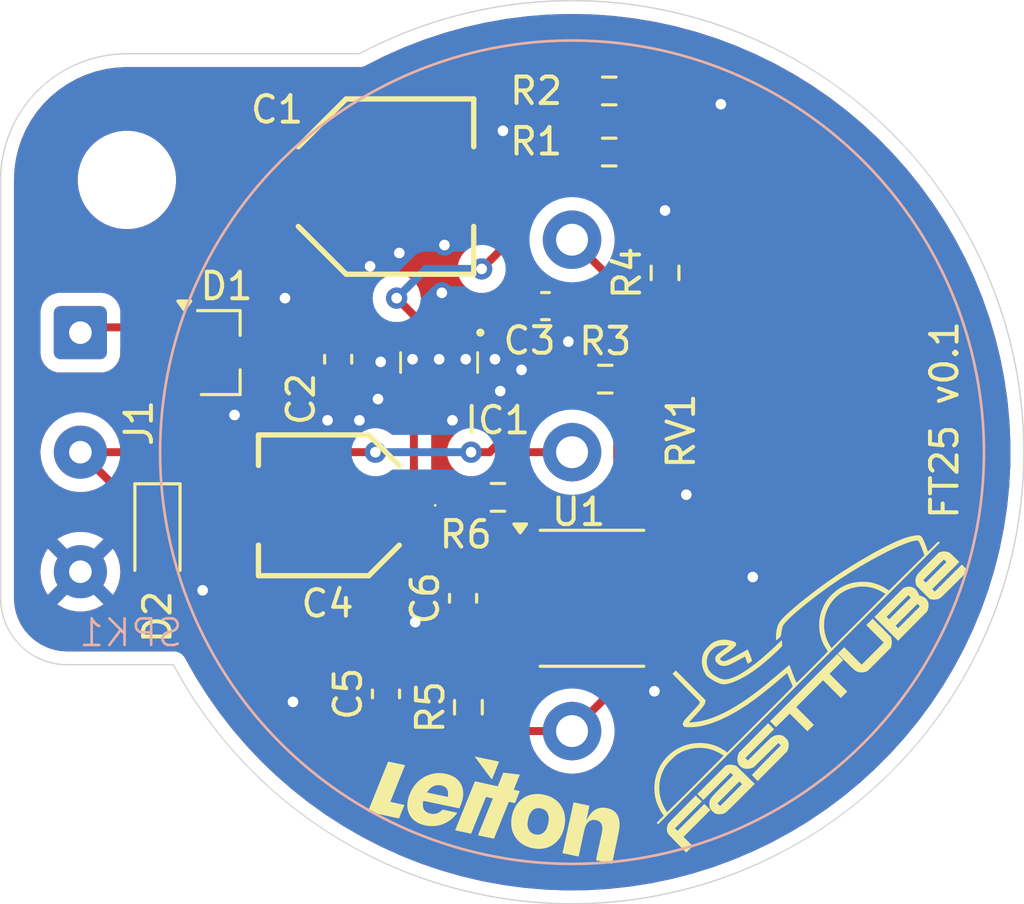
<source format=kicad_pcb>
(kicad_pcb
	(version 20240108)
	(generator "pcbnew")
	(generator_version "8.0")
	(general
		(thickness 1.6)
		(legacy_teardrops no)
	)
	(paper "A4")
	(layers
		(0 "F.Cu" signal)
		(31 "B.Cu" power)
		(32 "B.Adhes" user "B.Adhesive")
		(33 "F.Adhes" user "F.Adhesive")
		(34 "B.Paste" user)
		(35 "F.Paste" user)
		(37 "F.SilkS" user "F.Silkscreen")
		(38 "B.Mask" user)
		(39 "F.Mask" user)
		(40 "Dwgs.User" user "User.Drawings")
		(41 "Cmts.User" user "User.Comments")
		(42 "Eco1.User" user "User.Eco1")
		(43 "Eco2.User" user "User.Eco2")
		(44 "Edge.Cuts" user)
		(45 "Margin" user)
		(46 "B.CrtYd" user "B.Courtyard")
		(47 "F.CrtYd" user "F.Courtyard")
		(48 "B.Fab" user)
		(49 "F.Fab" user)
		(50 "User.1" user)
		(51 "User.2" user)
		(52 "User.3" user)
		(53 "User.4" user)
		(54 "User.5" user)
		(55 "User.6" user)
		(56 "User.7" user)
		(57 "User.8" user)
		(58 "User.9" user)
	)
	(setup
		(stackup
			(layer "F.SilkS"
				(type "Top Silk Screen")
			)
			(layer "F.Paste"
				(type "Top Solder Paste")
			)
			(layer "F.Mask"
				(type "Top Solder Mask")
				(thickness 0.01)
			)
			(layer "F.Cu"
				(type "copper")
				(thickness 0.035)
			)
			(layer "dielectric 1"
				(type "core")
				(thickness 1.51)
				(material "FR4")
				(epsilon_r 4.5)
				(loss_tangent 0.02)
			)
			(layer "B.Cu"
				(type "copper")
				(thickness 0.035)
			)
			(layer "B.Mask"
				(type "Bottom Solder Mask")
				(thickness 0.01)
			)
			(layer "B.Paste"
				(type "Bottom Solder Paste")
			)
			(layer "dielectric 2"
				(type "Bottom Silk Screen")
				(thickness 0)
				(material "FR4")
				(epsilon_r 4.5)
				(loss_tangent 0.02)
			)
			(copper_finish "None")
			(dielectric_constraints no)
		)
		(pad_to_mask_clearance 0)
		(allow_soldermask_bridges_in_footprints no)
		(pcbplotparams
			(layerselection 0x00010fc_ffffffff)
			(plot_on_all_layers_selection 0x0000000_00000000)
			(disableapertmacros no)
			(usegerberextensions no)
			(usegerberattributes yes)
			(usegerberadvancedattributes yes)
			(creategerberjobfile yes)
			(dashed_line_dash_ratio 12.000000)
			(dashed_line_gap_ratio 3.000000)
			(svgprecision 4)
			(plotframeref no)
			(viasonmask no)
			(mode 1)
			(useauxorigin no)
			(hpglpennumber 1)
			(hpglpenspeed 20)
			(hpglpendiameter 15.000000)
			(pdf_front_fp_property_popups yes)
			(pdf_back_fp_property_popups yes)
			(dxfpolygonmode yes)
			(dxfimperialunits yes)
			(dxfusepcbnewfont yes)
			(psnegative no)
			(psa4output no)
			(plotreference yes)
			(plotvalue yes)
			(plotfptext yes)
			(plotinvisibletext no)
			(sketchpadsonfab no)
			(subtractmaskfromsilk no)
			(outputformat 1)
			(mirror no)
			(drillshape 1)
			(scaleselection 1)
			(outputdirectory "")
		)
	)
	(net 0 "")
	(net 1 "VDD")
	(net 2 "GND")
	(net 3 "Net-(U1-FEED)")
	(net 4 "Net-(SPK1-M)")
	(net 5 "+24V")
	(net 6 "Net-(U1-HRNEN)")
	(net 7 "Net-(IC1-EN{slash}ADJ)")
	(net 8 "/SIG")
	(net 9 "Net-(SPK1-G)")
	(net 10 "Net-(SPK1-F)")
	(net 11 "Net-(D1-A)")
	(net 12 "unconnected-(U1-NC-Pad1)")
	(net 13 "unconnected-(U1-NC-Pad3)")
	(net 14 "Net-(R1-Pad2)")
	(footprint "Connector_Wire:SolderWire-0.25sqmm_1x03_P4.5mm_D0.65mm_OD2mm" (layer "F.Cu") (at 131.5 95.5 -90))
	(footprint "Capacitor_SMD:C_0603_1608Metric_Pad1.08x0.95mm_HandSolder" (layer "F.Cu") (at 141.2 96.5 -90))
	(footprint "Capacitor_SMD:C_0603_1608Metric_Pad1.08x0.95mm_HandSolder" (layer "F.Cu") (at 145.9 105.5 90))
	(footprint "LOGO" (layer "F.Cu") (at 157.785054 107.960449 45))
	(footprint "Resistor_SMD:R_0603_1608Metric_Pad0.98x0.95mm_HandSolder" (layer "F.Cu") (at 146.1 109.6 90))
	(footprint "soundbox:06TR4FA104DPR" (layer "F.Cu") (at 159 95.5))
	(footprint "Capacitor_SMD:C_0603_1608Metric_Pad1.08x0.95mm_HandSolder" (layer "F.Cu") (at 149 94.5 180))
	(footprint "Resistor_SMD:R_0603_1608Metric_Pad0.98x0.95mm_HandSolder" (layer "F.Cu") (at 153.5 93.25 90))
	(footprint "soundbox:PG-SCT595-5" (layer "F.Cu") (at 145 96.5 180))
	(footprint "soundbox:EEE0GA101SR" (layer "F.Cu") (at 140.85 102 180))
	(footprint "Resistor_SMD:R_0603_1608Metric_Pad0.98x0.95mm_HandSolder" (layer "F.Cu") (at 147.2125 101.7))
	(footprint "Resistor_SMD:R_0603_1608Metric_Pad0.98x0.95mm_HandSolder" (layer "F.Cu") (at 151.4 88.7))
	(footprint "Package_TO_SOT_SMD:SOT-23_Handsoldering" (layer "F.Cu") (at 136.75 96.25))
	(footprint "soundbox:LeitOn_small_wo_sq" (layer "F.Cu") (at 147.2 113.1 -12))
	(footprint "Package_SO:SOIC-8_3.9x4.9mm_P1.27mm" (layer "F.Cu") (at 150.75 105.5))
	(footprint "soundbox:EEE1AA101SP" (layer "F.Cu") (at 143 90))
	(footprint "Resistor_SMD:R_0603_1608Metric_Pad0.98x0.95mm_HandSolder" (layer "F.Cu") (at 151.25 97.25))
	(footprint "Capacitor_SMD:C_0603_1608Metric_Pad1.08x0.95mm_HandSolder" (layer "F.Cu") (at 143 109.1 90))
	(footprint "Diode_SMD:D_SOD-323_HandSoldering" (layer "F.Cu") (at 134.4 103.2 -90))
	(footprint "MountingHole:MountingHole_3.2mm_M3_DIN965" (layer "F.Cu") (at 133.25 89.75))
	(footprint "Resistor_SMD:R_0603_1608Metric_Pad0.98x0.95mm_HandSolder" (layer "F.Cu") (at 151.4 86.4))
	(footprint "soundbox:CPT-3016-105T" (layer "B.Cu") (at 150 100 180))
	(gr_arc
		(start 128.5 89.75)
		(mid 129.891243 86.391243)
		(end 133.25 85)
		(stroke
			(width 0.05)
			(type default)
		)
		(layer "Edge.Cuts")
		(uuid "0c9499f7-3257-4d1a-ab45-d3dea9659961")
	)
	(gr_line
		(start 133.25 85)
		(end 142 85)
		(stroke
			(width 0.05)
			(type default)
		)
		(layer "Edge.Cuts")
		(uuid "145b8ce2-1cdf-402f-8341-2813b341aab6")
	)
	(gr_line
		(start 128.5 89.75)
		(end 128.5 105.5)
		(stroke
			(width 0.05)
			(type default)
		)
		(layer "Edge.Cuts")
		(uuid "5702bfe5-fa35-42f9-b66d-dc1faf38af9f")
	)
	(gr_line
		(start 131 108)
		(end 135 108)
		(stroke
			(width 0.05)
			(type default)
		)
		(layer "Edge.Cuts")
		(uuid "7ce022d5-3481-46fd-850f-fa99ac5c91eb")
	)
	(gr_arc
		(start 142 85)
		(mid 166.263456 104.949746)
		(end 135.000001 108.000003)
		(stroke
			(width 0.05)
			(type default)
		)
		(layer "Edge.Cuts")
		(uuid "8a2c619c-8626-4af2-8c59-1422d0ba61b9")
	)
	(gr_arc
		(start 131 108)
		(mid 129.232233 107.267767)
		(end 128.5 105.5)
		(stroke
			(width 0.05)
			(type default)
		)
		(layer "Edge.Cuts")
		(uuid "e1634623-b024-4caa-9d4d-69a765686d49")
	)
	(gr_rect
		(start 128.5 83)
		(end 167 117)
		(stroke
			(width 0.01)
			(type default)
		)
		(fill none)
		(layer "User.1")
		(uuid "39b0a146-c4d4-4256-ae48-acf0ec4d99bd")
	)
	(gr_text "FT25 v0.1"
		(at 164.6 102.6 90)
		(layer "F.SilkS")
		(uuid "0568cae2-bee3-4247-bec4-4aec8861298f")
		(effects
			(font
				(size 1 1)
				(thickness 0.15)
			)
			(justify left bottom)
		)
	)
	(segment
		(start 144.05 100.6)
		(end 144.05 101.8)
		(width 0.3)
		(layer "F.Cu")
		(net 1)
		(uuid "0200de1e-f1d3-475e-904f-1ae67260540b")
	)
	(segment
		(start 144.05 103.45)
		(end 144.05 102.35)
		(width 0.3)
		(layer "F.Cu")
		(net 1)
		(uuid "0bc4b59f-3030-465f-99e6-8a96f1d37eff")
	)
	(segment
		(start 148.275 104.865)
		(end 146.1275 104.865)
		(width 0.3)
		(layer "F.Cu")
		(net 1)
		(uuid "4fcf3739-2429-46db-a6eb-520af12c0900")
	)
	(segment
		(start 144 97.75)
		(end 144.05 97.7)
		(width 0.3)
		(layer "F.Cu")
		(net 1)
		(uuid "b57598a9-8b18-4e03-89c1-05fa95734452")
	)
	(segment
		(start 144.05 97.7)
		(end 144.05 100.6)
		(width 0.3)
		(layer "F.Cu")
		(net 1)
		(uuid "b5e77050-d7d3-4d83-9482-2923ce921046")
	)
	(segment
		(start 142.85 101.8)
		(end 144.05 101.8)
		(width 0.3)
		(layer "F.Cu")
		(net 1)
		(uuid "b743f3e9-4660-4641-8a39-1aa2c34a7ec6")
	)
	(segment
		(start 144.05 102.35)
		(end 143.7 102)
		(width 0.3)
		(layer "F.Cu")
		(net 1)
		(uuid "c5bb5a80-74ea-46d0-bfec-228c952e0dc7")
	)
	(segment
		(start 145.9 104.6375)
		(end 145.2375 104.6375)
		(width 0.3)
		(layer "F.Cu")
		(net 1)
		(uuid "cd55c0ae-b94b-4f6e-88d8-0819b3376a66")
	)
	(segment
		(start 145.2375 104.6375)
		(end 144.05 103.45)
		(width 0.3)
		(layer "F.Cu")
		(net 1)
		(uuid "ea5494ea-c94c-4637-880a-57b8847c4db0")
	)
	(segment
		(start 146.1275 104.865)
		(end 145.9 104.6375)
		(width 0.3)
		(layer "F.Cu")
		(net 1)
		(uuid "f2ef52aa-2e6f-4866-8b2f-5ded5050ff85")
	)
	(segment
		(start 145.9 106.3625)
		(end 144.1375 106.3625)
		(width 0.3)
		(layer "F.Cu")
		(net 2)
		(uuid "55aab1f9-bc28-4d68-920d-7a0186ad9de5")
	)
	(segment
		(start 149.8625 95.8375)
		(end 149.8625 94.5)
		(width 0.3)
		(layer "F.Cu")
		(net 2)
		(uuid "71920597-7374-42a3-8e56-7b58da0dcf27")
	)
	(segment
		(start 144.1375 106.3625)
		(end 144.1 106.4)
		(width 0.3)
		(layer "F.Cu")
		(net 2)
		(uuid "e1cb0569-3fed-4d04-9a27-ad2ee24e1020")
	)
	(via
		(at 155.6 86.9)
		(size 0.8)
		(drill 0.4)
		(layers "F.Cu" "B.Cu")
		(free yes)
		(net 2)
		(uuid "06a1a750-8536-4cf8-9192-35bc867304a9")
	)
	(via
		(at 140.8 98.8)
		(size 0.8)
		(drill 0.4)
		(layers "F.Cu" "B.Cu")
		(free yes)
		(net 2)
		(uuid "11677aed-5d35-4c15-8c41-230ac25975ee")
	)
	(via
		(at 142 98.8)
		(size 0.8)
		(drill 0.4)
		(layers "F.Cu" "B.Cu")
		(free yes)
		(net 2)
		(uuid "1634c358-6587-4d9e-a4c2-90a5ab1faafd")
	)
	(via
		(at 147.3 97.7)
		(size 0.8)
		(drill 0.4)
		(layers "F.Cu" "B.Cu")
		(free yes)
		(net 2)
		(uuid "1a418d52-d221-44b1-ad1d-91e97992ecb3")
	)
	(via
		(at 142.7 98)
		(size 0.8)
		(drill 0.4)
		(layers "F.Cu" "B.Cu")
		(free yes)
		(net 2)
		(uuid "25345f8f-538d-46a3-b8d8-5a868b8a4bca")
	)
	(via
		(at 144.1 106.4)
		(size 0.8)
		(drill 0.4)
		(layers "F.Cu" "B.Cu")
		(net 2)
		(uuid "2a82b6e4-3e60-41fd-bd5d-f6a27f31de3c")
	)
	(via
		(at 143.5 92.5)
		(size 0.8)
		(drill 0.4)
		(layers "F.Cu" "B.Cu")
		(free yes)
		(net 2)
		(uuid "384c8bfa-3338-4421-b506-b5dcc7f603cf")
	)
	(via
		(at 153.5 90.9)
		(size 0.8)
		(drill 0.4)
		(layers "F.Cu" "B.Cu")
		(free yes)
		(net 2)
		(uuid "59e64dbd-0451-436f-844e-4c0d273598ba")
	)
	(via
		(at 148.1 96.9)
		(size 0.8)
		(drill 0.4)
		(layers "F.Cu" "B.Cu")
		(free yes)
		(net 2)
		(uuid "69cbc453-a834-432c-a06f-6af5e0115401")
	)
	(via
		(at 145 96.5)
		(size 0.8)
		(drill 0.4)
		(layers "F.Cu" "B.Cu")
		(free yes)
		(net 2)
		(uuid "6a66460c-c4ed-4cbb-ad75-8721cfb01e79")
	)
	(via
		(at 153.1 109)
		(size 0.8)
		(drill 0.4)
		(layers "F.Cu" "B.Cu")
		(free yes)
		(net 2)
		(uuid "7fa75b93-3a54-4ab9-823b-8664220d8fc0")
	)
	(via
		(at 136.1 105.2)
		(size 0.8)
		(drill 0.4)
		(layers "F.Cu" "B.Cu")
		(free yes)
		(net 2)
		(uuid "83ee66e4-35b7-421f-bd51-e9232ebc2f9c")
	)
	(via
		(at 147.4 87.9)
		(size 0.8)
		(drill 0.4)
		(layers "F.Cu" "B.Cu")
		(free yes)
		(net 2)
		(uuid "87ee8f62-5586-4ec4-bf64-4d8e7f4f3c00")
	)
	(via
		(at 142.8 96.6)
		(size 0.8)
		(drill 0.4)
		(layers "F.Cu" "B.Cu")
		(free yes)
		(net 2)
		(uuid "88f446c1-03c1-4aaf-8c6d-a532e3fea711")
	)
	(via
		(at 145.2 92.2)
		(size 0.8)
		(drill 0.4)
		(layers "F.Cu" "B.Cu")
		(free yes)
		(net 2)
		(uuid "96ccf5b1-b85a-42c6-89d1-03c3653c0e78")
	)
	(via
		(at 139.2 94.2)
		(size 0.8)
		(drill 0.4)
		(layers "F.Cu" "B.Cu")
		(free yes)
		(net 2)
		(uuid "992c7461-a546-414a-83a3-be9358a4ffe2")
	)
	(via
		(at 145.1 94)
		(size 0.8)
		(drill 0.4)
		(layers "F.Cu" "B.Cu")
		(free yes)
		(net 2)
		(uuid "b57f5c0c-c97f-4e02-83ff-2ef698d42b64")
	)
	(via
		(at 145.5 98.8)
		(size 0.8)
		(drill 0.4)
		(layers "F.Cu" "B.Cu")
		(free yes)
		(net 2)
		(uuid "b5ab2b73-4634-4e0e-855d-42a626e2a677")
	)
	(via
		(at 154.3 101.6)
		(size 0.8)
		(drill 0.4)
		(layers "F.Cu" "B.Cu")
		(free yes)
		(net 2)
		(uuid "b76a2fc2-0f04-4ac7-8040-3c68efea3aaa")
	)
	(via
		(at 146 96.5)
		(size 0.8)
		(drill 0.4)
		(layers "F.Cu" "B.Cu")
		(free yes)
		(net 2)
		(uuid "ce89bd32-5eb5-4729-8660-e03d2d9f2e18")
	)
	(via
		(at 147.1 96.5)
		(size 0.8)
		(drill 0.4)
		(layers "F.Cu" "B.Cu")
		(free yes)
		(net 2)
		(uuid "d6efebd2-3405-41b1-bc0d-84897ffc75fb")
	)
	(via
		(at 149.8625 95.8375)
		(size 0.8)
		(drill 0.4)
		(layers "F.Cu" "B.Cu")
		(free yes)
		(net 2)
		(uuid "d8f12fb1-bcf4-4713-a92c-8cd19cfe334a")
	)
	(via
		(at 156.8 104.7)
		(size 0.8)
		(drill 0.4)
		(layers "F.Cu" "B.Cu")
		(free yes)
		(net 2)
		(uuid "db890ffb-38c3-4b56-bb01-106cd42901c5")
	)
	(via
		(at 144 96.5)
		(size 0.8)
		(drill 0.4)
		(layers "F.Cu" "B.Cu")
		(free yes)
		(net 2)
		(uuid "dcf1182a-9346-40f1-9a54-d1175b80aebf")
	)
	(via
		(at 139.5 109.4)
		(size 0.8)
		(drill 0.4)
		(layers "F.Cu" "B.Cu")
		(free yes)
		(net 2)
		(uuid "dee0939a-5e0d-4315-a470-5bde3c7fcd15")
	)
	(via
		(at 137.3 98.6)
		(size 0.8)
		(drill 0.4)
		(layers "F.Cu" "B.Cu")
		(free yes)
		(net 2)
		(uuid "ecf13844-64d3-4d09-826f-01f2a3714814")
	)
	(via
		(at 142.4 93)
		(size 0.8)
		(drill 0.4)
		(layers "F.Cu" "B.Cu")
		(free yes)
		(net 2)
		(uuid "f5a8ee92-c6be-49c6-a40d-bd44551aab57")
	)
	(segment
		(start 149.9 106.9)
		(end 149.395 107.405)
		(width 0.3)
		(layer "F.Cu")
		(net 3)
		(uuid "072347fb-8a85-4b8b-9cdd-570becb73639")
	)
	(segment
		(start 143 108.2375)
		(end 143.1625 108.4)
		(width 0.3)
		(layer "F.Cu")
		(net 3)
		(uuid "33cc69b3-2ac0-4549-9b3b-91cd59442f92")
	)
	(segment
		(start 148.275 107.405)
		(end 146.105 107.405)
		(width 0.3)
		(layer "F.Cu")
		(net 3)
		(uuid "4d85323a-08d1-468c-bfd3-e496a2731d71")
	)
	(segment
		(start 146.105 107.405)
		(end 146.1 107.4)
		(width 0.3)
		(layer "F.Cu")
		(net 3)
		(uuid "5dd55fdd-6d11-4b51-a953-3fa965ab3532")
	)
	(segment
		(start 148.125 101.7)
		(end 148.4 101.7)
		(width 0.3)
		(layer "F.Cu")
		(net 3)
		(uuid "68a5e2c6-7d6d-4572-b044-716560f93b78")
	)
	(segment
		(start 149.395 107.405)
		(end 148.275 107.405)
		(width 0.3)
		(layer "F.Cu")
		(net 3)
		(uuid "743d24b5-976d-4645-9863-8a0ee42aafcc")
	)
	(segment
		(start 143.1625 108.4)
		(end 145.8125 108.4)
		(width 0.3)
		(layer "F.Cu")
		(net 3)
		(uuid "b7c0af82-7118-446f-84b0-b130de258793")
	)
	(segment
		(start 149.9 103.2)
		(end 149.9 106.9)
		(width 0.3)
		(layer "F.Cu")
		(net 3)
		(uuid "cb404238-cfe4-4c89-80e5-10dbaa60b65d")
	)
	(segment
		(start 148.4 101.7)
		(end 149.9 103.2)
		(width 0.3)
		(layer "F.Cu")
		(net 3)
		(uuid "d01badf2-6c95-4c67-a7e8-06a90062df4a")
	)
	(segment
		(start 145.8125 108.4)
		(end 146.1 108.6875)
		(width 0.3)
		(layer "F.Cu")
		(net 3)
		(uuid "d28d9681-e4e7-4093-b176-03db88347aa5")
	)
	(segment
		(start 146.1 108.6875)
		(end 146.1 107.4)
		(width 0.3)
		(layer "F.Cu")
		(net 3)
		(uuid "f412a4c1-f106-41a2-a9c6-a0084babeb82")
	)
	(segment
		(start 143 109.9625)
		(end 143.3625 109.6)
		(width 0.3)
		(layer "F.Cu")
		(net 4)
		(uuid "1275eff5-a8cd-4980-99f8-bd6048c5865e")
	)
	(segment
		(start 143.3625 109.6)
		(end 148.2 109.6)
		(width 0.3)
		(layer "F.Cu")
		(net 4)
		(uuid "21c00ab5-9d09-4381-9fee-a936ade63893")
	)
	(segment
		(start 151.25 98.55)
		(end 151.7 99)
		(width 0.3)
		(layer "F.Cu")
		(net 4)
		(uuid "30c7c0a9-de98-46ee-ad56-98519c7cfb85")
	)
	(segment
		(start 152 104.865)
		(end 151.735 104.865)
		(width 0.3)
		(layer "F.Cu")
		(net 4)
		(uuid "36da2dfc-84c8-4d31-a70b-2f8f40fe67e3")
	)
	(segment
		(start 151.7 104.6)
		(end 151.7 104.83)
		(width 0.3)
		(layer "F.Cu")
		(net 4)
		(uuid "3ae480d1-8672-4f2c-a851-94f59965e078")
	)
	(segment
		(start 150.6 106)
		(end 151.735 104.865)
		(width 0.3)
		(layer "F.Cu")
		(net 4)
		(uuid "43024d58-9f54-4f6e-8b0a-0234d31eabeb")
	)
	(segment
		(start 151.7 99)
		(end 151.7 104.6)
		(width 0.3)
		(layer "F.Cu")
		(net 4)
		(uuid "45402f4d-99c3-4ba9-bd66-4a1ea8da26b0")
	)
	(segment
		(start 150.6 107.2)
		(end 150.6 106)
		(width 0.3)
		(layer "F.Cu")
		(net 4)
		(uuid "534a1b64-c56d-4dac-be08-2c6f4970d5f7")
	)
	(segment
		(start 151.735 104.6)
		(end 152 104.865)
		(width 0.3)
		(layer "F.Cu")
		(net 4)
		(uuid "5da0f8fb-e2f9-41b0-9801-f13702b13393")
	)
	(segment
		(start 151.7 104.83)
		(end 151.735 104.865)
		(width 0.3)
		(layer "F.Cu")
		(net 4)
		(uuid "78b78ccc-63d2-4be6-8684-dc2b419e2d99")
	)
	(segment
		(start 151.25 93.25)
		(end 151.25 98.55)
		(width 0.3)
		(layer "F.Cu")
		(net 4)
		(uuid "7bc63da9-9e54-4147-a93d-721567276b1d")
	)
	(segment
		(start 150 92)
		(end 151.25 93.25)
		(width 0.3)
		(layer "F.Cu")
		(net 4)
		(uuid "d0f86c55-1497-473f-92ab-0926b530691e")
	)
	(segment
		(start 153.06 104.7)
		(end 153.225 104.865)
		(width 0.3)
		(layer "F.Cu")
		(net 4)
		(uuid "de487b46-dff6-4637-b730-51caf9eeca2e")
	)
	(segment
		(start 151.7 104.6)
		(end 151.735 104.6)
		(width 0.3)
		(layer "F.Cu")
		(net 4)
		(uuid "e604e90e-3383-4c49-a31e-adad540853ba")
	)
	(segment
		(start 153.225 104.865)
		(end 152 104.865)
		(width 0.3)
		(layer "F.Cu")
		(net 4)
		(uuid "fb5f5bb4-df8e-49f9-aeab-c72ab1a7e5d2")
	)
	(segment
		(start 148.2 109.6)
		(end 150.6 107.2)
		(width 0.3)
		(layer "F.Cu")
		(net 4)
		(uuid "fc45fc17-2009-442e-bbac-989774d63208")
	)
	(segment
		(start 141.2 90.7)
		(end 140.5 90)
		(width 0.3)
		(layer "F.Cu")
		(net 5)
		(uuid "0ec3d108-2dd2-4613-9e05-a42643014597")
	)
	(segment
		(start 147.7 92)
		(end 147.7 91)
		(width 0.3)
		(layer "F.Cu")
		(net 5)
		(uuid "1714de18-f19e-4a1d-9fcb-abbc4390ca85")
	)
	(segment
		(start 143.4 94.2)
		(end 144.05 94.85)
		(width 0.3)
		(layer "F.Cu")
		(net 5)
		(uuid "1dab445f-7c67-472b-bea0-a057a8fe6814")
	)
	(segment
		(start 141.5875 95.25)
		(end 144 95.25)
		(width 0.3)
		(layer "F.Cu")
		(net 5)
		(uuid "3cdd5ae0-fe74-40b7-91eb-253b46d6524f")
	)
	(segment
		(start 138.25 96.25)
		(end 139.5 96.25)
		(width 0.3)
		(layer "F.Cu")
		(net 5)
		(uuid "4441b124-5698-47f2-8d50-494066e51d56")
	)
	(segment
		(start 141.2 95.6375)
		(end 141.2 90.7)
		(width 0.3)
		(layer "F.Cu")
		(net 5)
		(uuid "579889bc-a6ba-4b0c-a1db-876d7cebf3d2")
	)
	(segment
		(start 140.1125 95.6375)
		(end 141.2 95.6375)
		(width 0.3)
		(layer "F.Cu")
		(net 5)
		(uuid "8b82cbf6-a61f-4b56-bb7e-98c50b4ea897")
	)
	(segment
		(start 150 88.7)
		(end 150.4875 88.7)
		(width 0.3)
		(layer "F.Cu")
		(net 5)
		(uuid "91449544-3d85-43bf-892d-142f30243a74")
	)
	(segment
		(start 146.6 93.1)
		(end 147.7 92)
		(width 0.3)
		(layer "F.Cu")
		(net 5)
		(uuid "a21a02bd-2759-401c-b257-6fddf78b91b4")
	)
	(segment
		(start 144.05 94.85)
		(end 144.05 95.3)
		(width 0.3)
		(layer "F.Cu")
		(net 5)
		(uuid "adf1574a-72d4-442f-b8a1-48199444bd90")
	)
	(segment
		(start 147.7 91)
		(end 150 88.7)
		(width 0.3)
		(layer "F.Cu")
		(net 5)
		(uuid "b0d0a533-03d1-4d10-9c9d-275a057f1864")
	)
	(segment
		(start 139.5 96.25)
		(end 140.1125 95.6375)
		(width 0.3)
		(layer "F.Cu")
		(net 5)
		(uuid "b40aa696-d52a-4b37-a289-b30fb8eedf24")
	)
	(segment
		(start 141.2 95.6375)
		(end 141.5875 95.25)
		(width 0.3)
		(layer "F.Cu")
		(net 5)
		(uuid "c70a6765-40cc-46c1-a2d9-b3050acd3216")
	)
	(segment
		(start 150.4875 86.4)
		(end 150.4875 88.7)
		(width 0.3)
		(layer "F.Cu")
		(net 5)
		(uuid "e74d25ae-28d4-40ff-aaa6-db74846f4d2c")
	)
	(via
		(at 146.6 93.1)
		(size 0.8)
		(drill 0.4)
		(layers "F.Cu" "B.Cu")
		(net 5)
		(uuid "1f66e272-7d73-47e7-85fd-2cea844f1376")
	)
	(via
		(at 143.4 94.2)
		(size 0.8)
		(drill 0.4)
		(layers "F.Cu" "B.Cu")
		(net 5)
		(uuid "8331b1ec-10d8-49af-bc63-06d3c2054628")
	)
	(segment
		(start 143.4 94.2)
		(end 144.5 93.1)
		(width 0.3)
		(layer "B.Cu")
		(net 5)
		(uuid "3d463da7-f24e-4295-b6cf-c9e0d28f4c0f")
	)
	(segment
		(start 144.5 93.1)
		(end 146.6 93.1)
		(width 0.3)
		(layer "B.Cu")
		(net 5)
		(uuid "83c9ff67-d173-4d20-ab93-11f408c2536e")
	)
	(segment
		(start 152.5 97.5875)
		(end 152.5 101.75)
		(width 0.3)
		(layer "F.Cu")
		(net 6)
		(uuid "074a2975-fd68-4c40-8155-f0e5b9abf23d")
	)
	(segment
		(start 152.1625 97.25)
		(end 152.5 97.5875)
		(width 0.3)
		(layer "F.Cu")
		(net 6)
		(uuid "21ff4d6b-8fcc-4b1c-820c-c5cadcb9bf55")
	)
	(segment
		(start 152.5 101.75)
		(end 153.25 102.5)
		(width 0.3)
		(layer "F.Cu")
		(net 6)
		(uuid "2fba2c5a-2a97-4175-bfeb-038d973dde82")
	)
	(segment
		(start 153.25 103.57)
		(end 153.225 103.595)
		(width 0.3)
		(layer "F.Cu")
		(net 6)
		(uuid "418fabef-99d7-47c9-abc2-f7723d16f244")
	)
	(segment
		(start 152.1625 97.25)
		(end 152.25 97.25)
		(width 0.3)
		(layer "F.Cu")
		(net 6)
		(uuid "52311879-8ed6-466b-bba9-44d036750aed")
	)
	(segment
		(start 153.25 102.5)
		(end 153.25 103.57)
		(width 0.3)
		(layer "F.Cu")
		(net 6)
		(uuid "cdcf619f-a978-4667-ae1c-20f141c6c1ed")
	)
	(segment
		(start 153.5 96)
		(end 153.5 94.1625)
		(width 0.3)
		(layer "F.Cu")
		(net 6)
		(uuid "ef8cfd81-6cb9-4d71-b3bf-0610e509a439")
	)
	(segment
		(start 152.25 97.25)
		(end 153.5 96)
		(width 0.3)
		(layer "F.Cu")
		(net 6)
		(uuid "fa2f396c-09cf-4795-881a-85a4b4ae0039")
	)
	(segment
		(start 159 91.225)
		(end 157.525 89.75)
		(width 0.3)
		(layer "F.Cu")
		(net 7)
		(uuid "10e80ff1-24c9-4e99-a6ae-40c6b4da76d7")
	)
	(segment
		(start 145.95 95.3)
		(end 147.425 93.825)
		(width 0.3)
		(layer "F.Cu")
		(net 7)
		(uuid "69f64f3f-7002-47e9-8d79-e5b3fa90185e")
	)
	(segment
		(start 148.25 93)
		(end 147.425 93.825)
		(width 0.3)
		(layer "F.Cu")
		(net 7)
		(uuid "71a75b59-ac82-42df-ab4d-24534136247c")
	)
	(segment
		(start 149.75 89.75)
		(end 148.25 91.25)
		(width 0.3)
		(layer "F.Cu")
		(net 7)
		(uuid "7c187c0d-5463-49e4-b302-7e6b907a001c")
	)
	(segment
		(start 157.525 89.75)
		(end 149.75 89.75)
		(width 0.3)
		(layer "F.Cu")
		(net 7)
		(uuid "8caf3322-20bd-4792-87d4-2ac4b6e61f44")
	)
	(segment
		(start 148.1375 94.5)
		(end 148.1 94.5)
		(width 0.3)
		(layer "F.Cu")
		(net 7)
		(uuid "c7a1fbfd-de61-4daa-8cec-99339a910f45")
	)
	(segment
		(start 148.1 94.5)
		(end 147.425 93.825)
		(width 0.3)
		(layer "F.Cu")
		(net 7)
		(uuid "fb5c3ebe-ae4a-47c1-bc91-695929b1d538")
	)
	(segment
		(start 148.25 91.25)
		(end 148.25 93)
		(width 0.3)
		(layer "F.Cu")
		(net 7)
		(uuid "fd5ccc6b-1f50-4929-b1e8-f7fa3b79e0ff")
	)
	(segment
		(start 134.4 101.95)
		(end 133.45 101.95)
		(width 0.3)
		(layer "F.Cu")
		(net 8)
		(uuid "0fe563d9-a79f-498c-bb52-76c56e7dcda7")
	)
	(segment
		(start 133.45 101.95)
		(end 131.5 100)
		(width 0.3)
		(layer "F.Cu")
		(net 8)
		(uuid "17b2d4b1-992b-4b43-9684-383b57817b18")
	)
	(segment
		(start 134.4 100)
		(end 142.6 100)
		(width 0.3)
		(layer "F.Cu")
		(net 8)
		(uuid "27127dbf-bac2-4c6f-af65-19975f8f1970")
	)
	(segment
		(start 149.65 97.25)
		(end 150.3375 97.25)
		(width 0.3)
		(layer "F.Cu")
		(net 8)
		(uuid "49712491-cc98-417d-9fd7-6bea8419dd0f")
	)
	(segment
		(start 146.2 100)
		(end 146.9 100)
		(width 0.3)
		(layer "F.Cu")
		(net 8)
		(uuid "527f361a-886e-4d3e-b2f8-d2e7b77728ba")
	)
	(segment
		(start 131.5 100)
		(end 134.4 100)
		(width 0.3)
		(layer "F.Cu")
		(net 8)
		(uuid "72cbdf54-c0e4-4740-a118-61cf36656b59")
	)
	(segment
		(start 134.4 101.95)
		(end 134.4 100)
		(width 0.3)
		(layer "F.Cu")
		(net 8)
		(uuid "e650d11d-7494-414b-b1e1-ba5442f115dd")
	)
	(segment
		(start 146.9 100)
		(end 149.65 97.25)
		(width 0.3)
		(layer "F.Cu")
		(net 8)
		(uuid "eab867c7-f470-4870-8085-66ac175dac89")
	)
	(via
		(at 146.2 100)
		(size 0.8)
		(drill 0.4)
		(layers "F.Cu" "B.Cu")
		(net 8)
		(uuid "3e77b714-44f3-4163-8c08-87f52830b850")
	)
	(via
		(at 142.6 100)
		(size 0.8)
		(drill 0.4)
		(layers "F.Cu" "B.Cu")
		(net 8)
		(uuid "5281ce56-3ddb-4cc6-af00-7d45d7765312")
	)
	(segment
		(start 142.6 100)
		(end 146.2 100)
		(width 0.3)
		(layer "B.Cu")
		(net 8)
		(uuid "7f30ac41-d40b-4057-b41b-f5859121de8d")
	)
	(segment
		(start 146.1 110.5125)
		(end 146.1125 110.5)
		(width 0.3)
		(layer "F.Cu")
		(net 9)
		(uuid "0985b6fd-d180-4fc5-bce9-3d6204322516")
	)
	(segment
		(start 150 110.5)
		(end 151.3 109.2)
		(width 0.3)
		(layer "F.Cu")
		(net 9)
		(uuid "29833cd4-ae84-47c3-a086-4dfcd0ca3a64")
	)
	(segment
		(start 146.1125 110.5)
		(end 150 110.5)
		(width 0.3)
		(layer "F.Cu")
		(net 9)
		(uuid "924cc875-b40f-4c52-9192-86ac241c9175")
	)
	(segment
		(start 151.965 106.135)
		(end 153.225 106.135)
		(width 0.3)
		(layer "F.Cu")
		(net 9)
		(uuid "d32f4e74-f404-477c-91c6-11336f273e81")
	)
	(segment
		(start 151.3 109.2)
		(end 151.3 106.8)
		(width 0.3)
		(layer "F.Cu")
		(net 9)
		(uuid "e4c7c31e-d0bc-4d47-b7ae-acbdc347fd7a")
	)
	(segment
		(start 151.3 106.8)
		(end 151.965 106.135)
		(width 0.3)
		(layer "F.Cu")
		(net 9)
		(uuid "e78a7e10-98f9-4831-bed7-9f8aafb304a1")
	)
	(segment
		(start 148 100)
		(end 150 100)
		(width 0.3)
		(layer "F.Cu")
		(net 10)
		(uuid "3742acb2-820e-4999-be63-afbe5ee5925a")
	)
	(segment
		(start 146.3 101.7)
		(end 148 100)
		(width 0.3)
		(layer "F.Cu")
		(net 10)
		(uuid "85bef4ca-4201-41d1-8bbe-9a35f0aa61c3")
	)
	(segment
		(start 135.25 95.3)
		(end 131.7 95.3)
		(width 0.3)
		(layer "F.Cu")
		(net 11)
		(uuid "a91db6b1-c4d0-4082-8243-54f9f4debef9")
	)
	(segment
		(start 131.7 95.3)
		(end 131.5 95.5)
		(width 0.3)
		(layer "F.Cu")
		(net 11)
		(uuid "b4303bdb-fbe9-4f59-8912-f6fe0909e13f")
	)
	(segment
		(start 161.15 100.425)
		(end 161.15 89.95)
		(width 0.3)
		(layer "F.Cu")
		(net 14)
		(uuid "26979417-b786-4be8-984f-7d0738cdff24")
	)
	(segment
		(start 161.15 89.95)
		(end 159.9 88.7)
		(width 0.3)
		(layer "F.Cu")
		(net 14)
		(uuid "7718b055-c971-4cec-ab44-672e9f6976fc")
	)
	(segment
		(start 159.9 88.7)
		(end 152.3125 88.7)
		(width 0.3)
		(layer "F.Cu")
		(net 14)
		(uuid "8f63e3d9-dbb7-40be-853d-4d064e73fe36")
	)
	(segment
		(start 152.3125 86.4)
		(end 152.3125 88.7)
		(width 0.3)
		(layer "F.Cu")
		(net 14)
		(uuid "d1f80375-c994-4ac9-a326-cf0882761c94")
	)
	(zone
		(net 2)
		(net_name "GND")
		(layer "F.Cu")
		(uuid "3fbb25a7-40e0-4e93-a8cf-da28d9fa13f5")
		(hatch edge 0.5)
		(connect_pads
			(clearance 0.5)
		)
		(min_thickness 0.25)
		(filled_areas_thickness no)
		(fill yes
			(thermal_gap 0.5)
			(thermal_bridge_width 0.5)
		)
		(polygon
			(pts
				(arc
					(start 133.25 85)
					(mid 129.891243 86.391243)
					(end 128.5 89.75)
				)
				(arc
					(start 128.5 105.5)
					(mid 129.232233 107.267767)
					(end 131 108)
				)
				(xy 135 108)
				(arc
					(start 135.000001 108.000003)
					(mid 166.263456 104.949746)
					(end 142 85)
				)
			)
		)
		(filled_polygon
			(layer "F.Cu")
			(pts
				(xy 150.729967 83.516727) (xy 150.735946 83.516994) (xy 151.529551 83.571622) (xy 151.535512 83.572178)
				(xy 152.325547 83.665284) (xy 152.331488 83.666131) (xy 153.116064 83.797492) (xy 153.121948 83.798625)
				(xy 153.899202 83.967928) (xy 153.905055 83.969353) (xy 154.67315 84.176196) (xy 154.678926 84.177903)
				(xy 154.926303 84.25759) (xy 155.436071 84.421803) (xy 155.441739 84.423781) (xy 155.642771 84.4995)
				(xy 156.18618 84.704175) (xy 156.191764 84.706435) (xy 156.420514 84.805529) (xy 156.92169 85.022639)
				(xy 156.927133 85.025156) (xy 157.640856 85.376443) (xy 157.646152 85.379211) (xy 158.007932 85.579661)
				(xy 158.341966 85.764738) (xy 158.347163 85.767784) (xy 158.47746 85.848486) (xy 158.948506 86.140239)
				(xy 159.023447 86.186655) (xy 159.028489 86.189951) (xy 159.683594 86.641142) (xy 159.68847 86.644678)
				(xy 160.320892 87.12715) (xy 160.325591 87.130918) (xy 160.933869 87.64356) (xy 160.938379 87.647553)
				(xy 161.397717 88.074499) (xy 161.52102 88.189106) (xy 161.525322 88.193304) (xy 162.080992 88.76253)
				(xy 162.085075 88.76692) (xy 162.42776 89.1539) (xy 162.612445 89.362457) (xy 162.616328 89.367062)
				(xy 163.114154 89.987504) (xy 163.117808 89.992292) (xy 163.584903 90.63616) (xy 163.588321 90.64112)
				(xy 164.02362 91.306946) (xy 164.026792 91.312067) (xy 164.429209 91.998189) (xy 164.43213 92.003457)
				(xy 164.800779 92.708359) (xy 164.80344 92.713763) (xy 165.137416 93.435723) (xy 165.139811 93.441249)
				(xy 165.438334 94.178578) (xy 165.440458 94.184215) (xy 165.702817 94.935159) (xy 165.704665 94.940892)
				(xy 165.930247 95.703687) (xy 165.931815 95.709503) (xy 166.120094 96.482377) (xy 166.121377 96.488262)
				(xy 166.271897 97.26935) (xy 166.272893 97.275291) (xy 166.385306 98.062778) (xy 166.386012 98.06876)
				(xy 166.460049 98.860763) (xy 166.460464 98.866772) (xy 166.495954 99.661458) (xy 166.496076 99.66748)
				(xy 166.492931 100.462926) (xy 166.492761 100.468947) (xy 166.450992 101.263308) (xy 166.45053 101.269314)
				(xy 166.370231 102.060734) (xy 166.369477 102.06671) (xy 166.250847 102.853248) (xy 166.249804 102.859181)
				(xy 166.093108 103.639082) (xy 166.091779 103.644957) (xy 165.897403 104.416295) (xy 165.89579 104.422098)
				(xy 165.664175 105.183117) (xy 165.662281 105.188835) (xy 165.394001 105.937657) (xy 165.391833 105.943277)
				(xy 165.087485 106.678239) (xy 165.085046 106.683746) (xy 164.745375 107.40304) (xy 164.742671 107.408423)
				(xy 164.368469 108.110374) (xy 164.365507 108.115619) (xy 163.957661 108.798566) (xy 163.954448 108.803661)
				(xy 163.513912 109.466005) (xy 163.510455 109.470938) (xy 163.03828 110.1111) (xy 163.034588 110.115859)
				(xy 162.531877 110.732341) (xy 162.527958 110.736916) (xy 161.995916 111.328243) (xy 161.99178 111.332621)
				(xy 161.431636 111.897426) (xy 161.427292 111.901599) (xy 160.840365 112.438551) (xy 160.835823 112.442507)
				(xy 160.223555 112.950289) (xy 160.218827 112.954021) (xy 159.582572 113.431508) (xy 159.577667 113.435005)
				(xy 158.919031 113.880992) (xy 158.913963 113.884248) (xy 158.2344 114.297752) (xy 158.22918 114.300757)
				(xy 157.530353 114.680764) (xy 157.524993 114.683512) (xy 156.808549 115.02913) (xy 156.803061 115.031615)
				(xy 156.07065 115.342042) (xy 156.065049 115.344257) (xy 155.318444 115.618746) (xy 155.312742 115.620686)
				(xy 154.553708 115.858588) (xy 154.547918 115.86025) (xy 153.778191 116.06102) (xy 153.772328 116.062398)
				(xy 152.993786 116.225546) (xy 152.987862 116.226638) (xy 152.202301 116.351787) (xy 152.196331 116.35259)
				(xy 151.405621 116.439444) (xy 151.399619 116.439956) (xy 150.605628 116.488307) (xy 150.599609 116.488527)
				(xy 149.804195 116.498265) (xy 149.798172 116.498192) (xy 149.003244 116.469291) (xy 148.997231 116.468926)
				(xy 148.204642 116.401456) (xy 148.198655 116.4008) (xy 147.410252 116.294916) (xy 147.404303 116.293969)
				(xy 146.622001 116.149929) (xy 146.616117 116.148697) (xy 146.189642 116.048542) (xy 145.84171 115.966832)
				(xy 145.835882 115.965313) (xy 145.071224 115.746055) (xy 145.065476 115.744254) (xy 144.312383 115.488127)
				(xy 144.306729 115.48605) (xy 143.56695 115.193649) (xy 143.561403 115.191299) (xy 142.836702 114.863319)
				(xy 142.831277 114.860703) (xy 142.123376 114.497927) (xy 142.118083 114.495051) (xy 141.775208 114.297752)
				(xy 141.428576 114.098291) (xy 141.423452 114.095174) (xy 140.754067 113.665424) (xy 140.749086 113.662053)
				(xy 140.101371 113.200311) (xy 140.096552 113.196697) (xy 139.47199 112.704019) (xy 139.467353 112.700174)
				(xy 138.867485 112.177775) (xy 138.86304 112.17371) (xy 138.289225 111.622774) (xy 138.285004 111.618519)
				(xy 137.738622 111.040367) (xy 137.734602 111.035901) (xy 137.7005 110.996111) (xy 137.216945 110.431903)
				(xy 137.213163 110.427268) (xy 136.725416 109.798803) (xy 136.721866 109.793992) (xy 136.265236 109.142613)
				(xy 136.261907 109.13761) (xy 136.22155 109.073642) (xy 135.837445 108.464819) (xy 135.834383 108.459694)
				(xy 135.472447 107.81904) (xy 135.467008 107.807879) (xy 135.438688 107.758829) (xy 135.436662 107.75518)
				(xy 135.410612 107.706335) (xy 135.405882 107.699721) (xy 135.406296 107.699424) (xy 135.40585 107.698822)
				(xy 135.405447 107.699132) (xy 135.4005 107.692685) (xy 135.361331 107.653517) (xy 135.358432 107.650519)
				(xy 135.335041 107.6255) (xy 135.320612 107.610066) (xy 135.320606 107.610062) (xy 135.314329 107.6049)
				(xy 135.314651 107.604507) (xy 135.314068 107.604044) (xy 135.31376 107.604447) (xy 135.307318 107.599504)
				(xy 135.307314 107.5995) (xy 135.287321 107.587957) (xy 135.259272 107.571762) (xy 135.255748 107.569648)
				(xy 135.208765 107.540373) (xy 135.208761 107.540372) (xy 135.201367 107.537013) (xy 135.201577 107.53655)
				(xy 135.200884 107.536249) (xy 135.200691 107.536717) (xy 135.193181 107.533606) (xy 135.139606 107.519251)
				(xy 135.135607 107.518107) (xy 135.112998 107.511226) (xy 135.082691 107.502002) (xy 135.074678 107.500672)
				(xy 135.07476 107.500175) (xy 135.074013 107.500063) (xy 135.073948 107.50056) (xy 135.065893 107.4995)
				(xy 135.065892 107.4995) (xy 135.010425 107.4995) (xy 135.006256 107.49943) (xy 134.95098 107.49757)
				(xy 134.950979 107.49757) (xy 134.950975 107.49757) (xy 134.942888 107.498359) (xy 134.942838 107.497852)
				(xy 134.92846 107.4995) (xy 131.004067 107.4995) (xy 130.995957 107.499235) (xy 130.747116 107.482925)
				(xy 130.731035 107.480807) (xy 130.490464 107.432954) (xy 130.474797 107.428756) (xy 130.24252 107.349909)
				(xy 130.227534 107.343702) (xy 130.007539 107.235212) (xy 129.993492 107.227102) (xy 129.828017 107.116535)
				(xy 129.789537 107.090824) (xy 129.776671 107.080951) (xy 129.59225 106.919218) (xy 129.580781 106.907749)
				(xy 129.419048 106.723328) (xy 129.409174 106.71046) (xy 129.393408 106.686865) (xy 129.272897 106.506507)
				(xy 129.264787 106.49246) (xy 129.21306 106.387569) (xy 129.156294 106.272458) (xy 129.15009 106.257479)
				(xy 129.071243 106.025202) (xy 129.067045 106.009535) (xy 129.053315 105.94051) (xy 129.01919 105.768953)
				(xy 129.017075 105.752895) (xy 129.000765 105.504043) (xy 129.0005 105.495933) (xy 129.0005 104.499994)
				(xy 129.994859 104.499994) (xy 129.994859 104.500005) (xy 130.015385 104.747729) (xy 130.015387 104.747738)
				(xy 130.076412 104.988717) (xy 130.176266 105.216364) (xy 130.276564 105.369882) (xy 131.078274 104.568172)
				(xy 131.103963 104.664044) (xy 131.159916 104.760956) (xy 131.239044 104.840084) (xy 131.335956 104.896037)
				(xy 131.431827 104.921725) (xy 130.629942 105.723609) (xy 130.676768 105.760055) (xy 130.67677 105.760056)
				(xy 130.895385 105.878364) (xy 130.895396 105.878369) (xy 131.130506 105.959083) (xy 131.375707 106)
				(xy 131.624293 106) (xy 131.869493 105.959083) (xy 132.104603 105.878369) (xy 132.104614 105.878364)
				(xy 132.323228 105.760057) (xy 132.323231 105.760055) (xy 132.370056 105.723609) (xy 131.568172 104.921725)
				(xy 131.664044 104.896037) (xy 131.760956 104.840084) (xy 131.840084 104.760956) (xy 131.896037 104.664044)
				(xy 131.921725 104.568173) (xy 132.723434 105.369882) (xy 132.823731 105.216369) (xy 132.923587 104.988717)
				(xy 132.984043 104.749986) (xy 133.400001 104.749986) (xy 133.410494 104.852697) (xy 133.465641 105.019119)
				(xy 133.465643 105.019124) (xy 133.557684 105.168345) (xy 133.681654 105.292315) (xy 133.830875 105.384356)
				(xy 133.83088 105.384358) (xy 133.997302 105.439505) (xy 133.997309 105.439506) (xy 134.100019 105.449999)
				(xy 134.65 105.449999) (xy 134.699972 105.449999) (xy 134.699986 105.449998) (xy 134.802697 105.439505)
				(xy 134.969119 105.384358) (xy 134.969124 105.384356) (xy 135.118345 105.292315) (xy 135.242315 105.168345)
				(xy 135.334356 105.019124) (xy 135.334358 105.019119) (xy 135.389505 104.852697) (xy 135.389506 104.85269)
				(xy 135.399999 104.749986) (xy 135.4 104.749973) (xy 135.4 104.7) (xy 134.65 104.7) (xy 134.65 105.449999)
				(xy 134.100019 105.449999) (xy 134.149999 105.449998) (xy 134.15 105.449998) (xy 134.15 104.7) (xy 133.400001 104.7)
				(xy 133.400001 104.749986) (xy 132.984043 104.749986) (xy 132.984612 104.747738) (xy 132.984614 104.747729)
				(xy 133.005141 104.500005) (xy 133.005141 104.499994) (xy 132.984614 104.25227) (xy 132.984612 104.252261)
				(xy 132.958719 104.150013) (xy 133.4 104.150013) (xy 133.4 104.2) (xy 134.15 104.2) (xy 134.65 104.2)
				(xy 135.399999 104.2) (xy 135.399999 104.150028) (xy 135.399998 104.150013) (xy 135.389505 104.047302)
				(xy 135.334358 103.88088) (xy 135.334356 103.880875) (xy 135.242315 103.731654) (xy 135.118345 103.607684)
				(xy 134.969124 103.515643) (xy 134.969119 103.515641) (xy 134.802697 103.460494) (xy 134.80269 103.460493)
				(xy 134.699986 103.45) (xy 134.65 103.45) (xy 134.65 104.2) (xy 134.15 104.2) (xy 134.15 103.45)
				(xy 134.149999 103.449999) (xy 134.100029 103.45) (xy 134.100011 103.450001) (xy 133.997302 103.460494)
				(xy 133.83088 103.515641) (xy 133.830875 103.515643) (xy 133.681654 103.607684) (xy 133.557684 103.731654)
				(xy 133.465643 103.880875) (xy 133.465641 103.88088) (xy 133.410494 104.047302) (xy 133.410493 104.047309)
				(xy 133.4 104.150013) (xy 132.958719 104.150013) (xy 132.923587 104.011282) (xy 132.823731 103.78363)
				(xy 132.723434 103.630116) (xy 131.921725 104.431826) (xy 131.896037 104.335956) (xy 131.840084 104.239044)
				(xy 131.760956 104.159916) (xy 131.664044 104.103963) (xy 131.568173 104.078274) (xy 132.370057 103.27639)
				(xy 132.370056 103.276389) (xy 132.323229 103.239943) (xy 132.104614 103.121635) (xy 132.104603 103.12163)
				(xy 131.869493 103.040916) (xy 131.624293 103) (xy 131.375707 103) (xy 131.130506 103.040916) (xy 130.895396 103.12163)
				(xy 130.89539 103.121632) (xy 130.676761 103.239949) (xy 130.629942 103.276388) (xy 130.629942 103.27639)
				(xy 131.431827 104.078274) (xy 131.335956 104.103963) (xy 131.239044 104.159916) (xy 131.159916 104.239044)
				(xy 131.103963 104.335956) (xy 131.078274 104.431826) (xy 130.276564 103.630116) (xy 130.176267 103.783632)
				(xy 130.076412 104.011282) (xy 130.015387 104.252261) (xy 130.015385 104.25227) (xy 129.994859 104.499994)
				(xy 129.0005 104.499994) (xy 129.0005 99.999994) (xy 129.994357 99.999994) (xy 129.994357 100.000005)
				(xy 130.01489 100.247812) (xy 130.014892 100.247824) (xy 130.075936 100.488881) (xy 130.175826 100.716606)
				(xy 130.311833 100.924782) (xy 130.311836 100.924785) (xy 130.480256 101.107738) (xy 130.676491 101.260474)
				(xy 130.89519 101.378828) (xy 131.130386 101.459571) (xy 131.375665 101.5005) (xy 131.624335 101.5005)
				(xy 131.869614 101.459571) (xy 131.922966 101.441254) (xy 131.992762 101.438104) (xy 132.050909 101.470855)
				(xy 133.035324 102.455271) (xy 133.035327 102.455274) (xy 133.131196 102.519331) (xy 133.131201 102.519334)
				(xy 133.141873 102.526465) (xy 133.260256 102.575501) (xy 133.26026 102.575501) (xy 133.260261 102.575502)
				(xy 133.385928 102.6005) (xy 133.385931 102.6005) (xy 133.446042 102.6005) (xy 133.513081 102.620185)
				(xy 133.55158 102.659402) (xy 133.555139 102.665173) (xy 133.557288 102.668656) (xy 133.681344 102.792712)
				(xy 133.830666 102.884814) (xy 133.997203 102.939999) (xy 134.099991 102.9505) (xy 134.700008 102.950499)
				(xy 134.700016 102.950498) (xy 134.700019 102.950498) (xy 134.756302 102.944748) (xy 134.802797 102.939999)
				(xy 134.969334 102.884814) (xy 135.029272 102.847844) (xy 136.8 102.847844) (xy 136.806401 102.907372)
				(xy 136.806403 102.907379) (xy 136.856645 103.042086) (xy 136.856649 103.042093) (xy 136.942809 103.157187)
				(xy 136.942812 103.15719) (xy 137.057906 103.24335) (xy 137.057913 103.243354) (xy 137.19262 103.293596)
				(xy 137.192627 103.293598) (xy 137.252155 103.299999) (xy 137.252172 103.3) (xy 138.45 103.3) (xy 138.95 103.3)
				(xy 140.147828 103.3) (xy 140.147844 103.299999) (xy 140.207372 103.293598) (xy 140.207379 103.293596)
				(xy 140.342086 103.243354) (xy 140.342093 103.24335) (xy 140.457187 103.15719) (xy 140.45719 103.157187)
				(xy 140.54335 103.042093) (xy 140.543354 103.042086) (xy 140.593596 102.907379) (xy 140.593598 102.907372)
				(xy 140.599999 102.847844) (xy 140.6 102.847827) (xy 140.6 102.25) (xy 138.95 102.25) (xy 138.95 103.3)
				(xy 138.45 103.3) (xy 138.45 102.25) (xy 136.8 102.25) (xy 136.8 102.847844) (xy 135.029272 102.847844)
				(xy 135.118656 102.792712) (xy 135.242712 102.668656) (xy 135.334814 102.519334) (xy 135.389999 102.352797)
				(xy 135.4005 102.250009) (xy 135.400499 101.649992) (xy 135.389999 101.547203) (xy 135.334814 101.380666)
				(xy 135.242712 101.231344) (xy 135.118656 101.107288) (xy 135.118655 101.107287) (xy 135.109402 101.10158)
				(xy 135.062678 101.049632) (xy 135.0505 100.996042) (xy 135.0505 100.7745) (xy 135.070185 100.707461)
				(xy 135.122989 100.661706) (xy 135.1745 100.6505) (xy 136.839053 100.6505) (xy 136.906092 100.670185)
				(xy 136.951847 100.722989) (xy 136.961791 100.792147) (xy 136.938319 100.848811) (xy 136.856649 100.957906)
				(xy 136.856645 100.957913) (xy 136.806403 101.09262) (xy 136.806401 101.092627) (xy 136.8 101.152155)
				(xy 136.8 101.75) (xy 140.6 101.75) (xy 140.6 101.152172) (xy 140.599999 101.152155) (xy 140.593598 101.092627)
				(xy 140.593596 101.09262) (xy 140.543354 100.957913) (xy 140.54335 100.957906) (xy 140.461681 100.848811)
				(xy 140.437263 100.783347) (xy 140.452114 100.715074) (xy 140.501519 100.665668) (xy 140.560947 100.6505)
				(xy 141.138429 100.6505) (xy 141.205468 100.670185) (xy 141.251223 100.722989) (xy 141.261167 100.792147)
				(xy 141.237695 100.848811) (xy 141.156206 100.957664) (xy 141.156202 100.957671) (xy 141.105908 101.092517)
				(xy 141.099891 101.148486) (xy 141.099501 101.152123) (xy 141.0995 101.152135) (xy 141.0995 102.84787)
				(xy 141.099501 102.847876) (xy 141.105908 102.907483) (xy 141.156202 103.042328) (xy 141.156206 103.042335)
				(xy 141.242452 103.157544) (xy 141.242455 103.157547) (xy 141.357664 103.243793) (xy 141.357671 103.243797)
				(xy 141.492517 103.294091) (xy 141.492516 103.294091) (xy 141.499444 103.294835) (xy 141.552127 103.3005)
				(xy 143.2755 103.300499) (xy 143.342539 103.320184) (xy 143.388294 103.372987) (xy 143.3995 103.424499)
				(xy 143.3995 103.514069) (xy 143.416494 103.5995) (xy 143.424499 103.639744) (xy 143.473535 103.758127)
				(xy 143.5333 103.847573) (xy 143.544726 103.864673) (xy 144.822825 105.142772) (xy 144.822832 105.142778)
				(xy 144.891762 105.188835) (xy 144.929374 105.213966) (xy 144.929376 105.213966) (xy 144.929378 105.213968)
				(xy 144.941431 105.21896) (xy 144.995837 105.262798) (xy 144.999508 105.268404) (xy 145.07103 105.384358)
				(xy 145.079661 105.398351) (xy 145.093982 105.412672) (xy 145.127467 105.473995) (xy 145.122483 105.543687)
				(xy 145.093985 105.588032) (xy 145.080052 105.601965) (xy 144.989551 105.748688) (xy 144.989546 105.748699)
				(xy 144.935319 105.912347) (xy 144.925 106.013345) (xy 144.925 106.1125) (xy 146.026 106.1125) (xy 146.093039 106.132185)
				(xy 146.138794 106.184989) (xy 146.15 106.2365) (xy 146.15 106.4885) (xy 146.130315 106.555539)
				(xy 146.077511 106.601294) (xy 146.026 106.6125) (xy 144.925001 106.6125) (xy 144.925001 106.711654)
				(xy 144.935319 106.812652) (xy 144.989546 106.9763) (xy 144.989551 106.976311) (xy 145.080052 107.123034)
				(xy 145.080055 107.123038) (xy 145.201961 107.244944) (xy 145.201965 107.244947) (xy 145.348695 107.335452)
				(xy 145.364502 107.34069) (xy 145.421947 107.380462) (xy 145.448772 107.444977) (xy 145.4495 107.458397)
				(xy 145.4495 107.6255) (xy 145.429815 107.692539) (xy 145.377011 107.738294) (xy 145.3255 107.7495)
				(xy 144.042207 107.7495) (xy 143.975168 107.729815) (xy 143.929413 107.677011) (xy 143.924501 107.664505)
				(xy 143.922175 107.657486) (xy 143.910908 107.623484) (xy 143.82034 107.47665) (xy 143.69835 107.35466)
				(xy 143.551516 107.264092) (xy 143.387753 107.209826) (xy 143.387751 107.209825) (xy 143.286678 107.1995)
				(xy 142.71333 107.1995) (xy 142.713312 107.199501) (xy 142.612247 107.209825) (xy 142.448484 107.264092)
				(xy 142.448481 107.264093) (xy 142.301648 107.354661) (xy 142.179661 107.476648) (xy 142.089093 107.623481)
				(xy 142.089091 107.623486) (xy 142.078648 107.655001) (xy 142.034826 107.787247) (xy 142.034826 107.787248)
				(xy 142.034825 107.787248) (xy 142.0245 107.888315) (xy 142.0245 108.586669) (xy 142.024501 108.586687)
				(xy 142.034825 108.687752) (xy 142.071109 108.797249) (xy 142.089092 108.851516) (xy 142.164102 108.973127)
				(xy 142.179661 108.998351) (xy 142.193629 109.012319) (xy 142.227114 109.073642) (xy 142.22213 109.143334)
				(xy 142.193629 109.187681) (xy 142.179661 109.201648) (xy 142.089093 109.348481) (xy 142.089092 109.348484)
				(xy 142.034826 109.512247) (xy 142.034826 109.512248) (xy 142.034825 109.512248) (xy 142.0245 109.613315)
				(xy 142.0245 110.311669) (xy 142.024501 110.311687) (xy 142.034825 110.412752) (xy 142.063737 110.5)
				(xy 142.089092 110.576516) (xy 142.17966 110.72335) (xy 142.30165 110.84534) (xy 142.448484 110.935908)
				(xy 142.612247 110.990174) (xy 142.713323 111.0005) (xy 143.286676 111.000499) (xy 143.286684 111.000498)
				(xy 143.286687 111.000498) (xy 143.34203 110.994844) (xy 143.387753 110.990174) (xy 143.551516 110.935908)
				(xy 143.69835 110.84534) (xy 143.82034 110.72335) (xy 143.910908 110.576516) (xy 143.965174 110.412753)
				(xy 143.97037 110.361896) (xy 143.996767 110.297205) (xy 144.053948 110.257054) (xy 144.093728 110.2505)
				(xy 145.0005 110.2505) (xy 145.067539 110.270185) (xy 145.113294 110.322989) (xy 145.1245 110.3745)
				(xy 145.1245 110.811669) (xy 145.124501 110.811687) (xy 145.134825 110.912752) (xy 145.160481 110.990174)
				(xy 145.189092 111.076516) (xy 145.27966 111.22335) (xy 145.40165 111.34534) (xy 145.548484 111.435908)
				(xy 145.712247 111.490174) (xy 145.813323 111.5005) (xy 146.386676 111.500499) (xy 146.386684 111.500498)
				(xy 146.386687 111.500498) (xy 146.44203 111.494844) (xy 146.487753 111.490174) (xy 146.651516 111.435908)
				(xy 146.79835 111.34534) (xy 146.92034 111.22335) (xy 146.928942 111.209404) (xy 146.98089 111.162679)
				(xy 147.034481 111.1505) (xy 148.454222 111.1505) (xy 148.521261 111.170185) (xy 148.567016 111.222989)
				(xy 148.568783 111.227046) (xy 148.569534 111.228861) (xy 148.70116 111.443653) (xy 148.701161 111.443656)
				(xy 148.749709 111.500498) (xy 148.864776 111.635224) (xy 149.013066 111.761875) (xy 149.056343 111.798838)
				(xy 149.056346 111.798839) (xy 149.27114 111.930466) (xy 149.503889 112.026873) (xy 149.748852 112.085683)
				(xy 150 112.105449) (xy 150.251148 112.085683) (xy 150.496111 112.026873) (xy 150.728859 111.930466)
				(xy 150.943659 111.798836) (xy 151.135224 111.635224) (xy 151.298836 111.443659) (xy 151.430466 111.228859)
				(xy 151.526873 110.996111) (xy 151.585683 110.751148) (xy 151.605449 110.5) (xy 151.585683 110.248852)
				(xy 151.579182 110.221777) (xy 151.526875 110.003896) (xy 151.526874 110.003894) (xy 151.526873 110.003889)
				(xy 151.526121 110.002075) (xy 151.526041 110.001328) (xy 151.525371 109.999266) (xy 151.525804 109.999125)
				(xy 151.518653 109.932609) (xy 151.549927 109.870129) (xy 151.552969 109.866975) (xy 151.805277 109.614669)
				(xy 151.876466 109.508126) (xy 151.905189 109.438779) (xy 151.925501 109.389744) (xy 151.9505 109.264069)
				(xy 151.9505 108.261723) (xy 151.970185 108.194684) (xy 152.022989 108.148929) (xy 152.092147 108.138985)
				(xy 152.132624 108.153234) (xy 152.132646 108.153185) (xy 152.133349 108.153489) (xy 152.137629 108.154996)
				(xy 152.139806 108.156283) (xy 152.297504 108.202099) (xy 152.29751 108.2021) (xy 152.33435 108.204999)
				(xy 152.334366 108.205) (xy 152.975 108.205) (xy 153.475 108.205) (xy 154.115634 108.205) (xy 154.115649 108.204999)
				(xy 154.152489 108.2021) (xy 154.152495 108.202099) (xy 154.310193 108.156283) (xy 154.310196 108.156282)
				(xy 154.451552 108.072685) (xy 154.451561 108.072678) (xy 154.567678 107.956561) (xy 154.567685 107.956552)
				(xy 154.651281 107.815198) (xy 154.6971 107.657486) (xy 154.697295 107.655001) (xy 154.697295 107.655)
				(xy 153.475 107.655) (xy 153.475 108.205) (xy 152.975 108.205) (xy 152.975 107.279) (xy 152.994685 107.211961)
				(xy 153.047489 107.166206) (xy 153.099 107.155) (xy 154.697295 107.155) (xy 154.697295 107.154998)
				(xy 154.6971 107.152513) (xy 154.651281 106.994801) (xy 154.567685 106.853447) (xy 154.5629 106.847278)
				(xy 154.565366 106.845364) (xy 154.538802 106.796776) (xy 154.543749 106.727082) (xy 154.564856 106.694232)
				(xy 154.563301 106.693026) (xy 154.568077 106.686868) (xy 154.568081 106.686865) (xy 154.651744 106.545398)
				(xy 154.697598 106.387569) (xy 154.7005 106.350694) (xy 154.7005 105.919306) (xy 154.697598 105.882431)
				(xy 154.696416 105.878364) (xy 154.651745 105.724606) (xy 154.651744 105.724603) (xy 154.651744 105.724602)
				(xy 154.568081 105.583135) (xy 154.568078 105.583132) (xy 154.563298 105.576969) (xy 154.56575 105.575066)
				(xy 154.539155 105.526421) (xy 154.544104 105.456726) (xy 154.56494 105.424304) (xy 154.563298 105.423031)
				(xy 154.568075 105.41687) (xy 154.568081 105.416865) (xy 154.651744 105.275398) (xy 154.697598 105.117569)
				(xy 154.7005 105.080694) (xy 154.7005 104.649306) (xy 154.697598 104.612431) (xy 154.675372 104.535931)
				(xy 154.651745 104.454606) (xy 154.651744 104.454603) (xy 154.651744 104.454602) (xy 154.568081 104.313135)
				(xy 154.568078 104.313132) (xy 154.563298 104.306969) (xy 154.56575 104.305066) (xy 154.539155 104.256421)
				(xy 154.544104 104.186726) (xy 154.56494 104.154304) (xy 154.563298 104.153031) (xy 154.568075 104.14687)
				(xy 154.568081 104.146865) (xy 154.651744 104.005398) (xy 154.697598 103.847569) (xy 154.7005 103.810694)
				(xy 154.7005 103.379306) (xy 154.697598 103.342431) (xy 154.685415 103.300498) (xy 154.651745 103.184606)
				(xy 154.651744 103.184603) (xy 154.651744 103.184602) (xy 154.568081 103.043135) (xy 154.568079 103.043133)
				(xy 154.568076 103.043129) (xy 154.45187 102.926923) (xy 154.451862 102.926917) (xy 154.361597 102.873535)
				(xy 154.310398 102.843256) (xy 154.310397 102.843255) (xy 154.310396 102.843255) (xy 154.310393 102.843254)
				(xy 154.152573 102.797402) (xy 154.152567 102.797401) (xy 154.115701 102.7945) (xy 154.115694 102.7945)
				(xy 154.0245 102.7945) (xy 153.957461 102.774815) (xy 153.911706 102.722011) (xy 153.9005 102.6705)
				(xy 153.9005 102.435928) (xy 153.875502 102.310261) (xy 153.875501 102.31026) (xy 153.875501 102.310256)
				(xy 153.826465 102.191873) (xy 153.826464 102.191872) (xy 153.826461 102.191866) (xy 153.757574 102.088769)
				(xy 155.539782 102.088769) (xy 155.539782 102.08877) (xy 155.639246 102.210753) (xy 155.79687 102.339278)
				(xy 155.977138 102.433442) (xy 156.172671 102.48939) (xy 156.172674 102.489391) (xy 156.291999 102.499999)
				(xy 156.292002 102.5) (xy 157.407998 102.5) (xy 157.408 102.499999) (xy 157.527325 102.489391) (xy 157.527328 102.48939)
				(xy 157.722861 102.433442) (xy 157.903129 102.339278) (xy 158.06075 102.210755) (xy 158.160216 102.08877)
				(xy 158.160216 102.088768) (xy 156.85 100.778553) (xy 155.539782 102.088769) (xy 153.757574 102.088769)
				(xy 153.755277 102.085332) (xy 153.723352 102.053407) (xy 153.664669 101.994724) (xy 153.54299 101.873045)
				(xy 153.186819 101.516873) (xy 153.153334 101.45555) (xy 153.1505 101.429192) (xy 153.1505 99.291976)
				(xy 155.35 99.291976) (xy 155.35 101.558018) (xy 155.351096 101.570348) (xy 155.351097 101.570348)
				(xy 156.496447 100.425) (xy 156.496447 100.424999) (xy 157.203553 100.424999) (xy 157.203553 100.425)
				(xy 158.348901 101.570349) (xy 158.348902 101.570349) (xy 158.349999 101.558012) (xy 158.35 101.558002)
				(xy 158.35 99.292002) (xy 158.348901 99.27965) (xy 157.203553 100.424999) (xy 156.496447 100.424999)
				(xy 155.351097 99.279649) (xy 155.351096 99.27965) (xy 155.35 99.291976) (xy 153.1505 99.291976)
				(xy 153.1505 98.761229) (xy 155.539782 98.761229) (xy 156.85 100.071447) (xy 156.850001 100.071447)
				(xy 158.160216 98.761229) (xy 158.160216 98.761228) (xy 158.060753 98.639246) (xy 157.903129 98.510721)
				(xy 157.722861 98.416557) (xy 157.527328 98.360609) (xy 157.527325 98.360608) (xy 157.408 98.35)
				(xy 156.291999 98.35) (xy 156.172674 98.360608) (xy 156.172671 98.360609) (xy 155.977138 98.416557)
				(xy 155.79687 98.510721) (xy 155.639249 98.639245) (xy 155.539782 98.761229) (xy 153.1505 98.761229)
				(xy 153.1505 97.498769) (xy 153.150499 97.498763) (xy 153.150499 97.320808) (xy 153.170184 97.253769)
				(xy 153.186818 97.233127) (xy 153.593481 96.826465) (xy 154.005277 96.414669) (xy 154.076465 96.308127)
				(xy 154.125501 96.189744) (xy 154.126258 96.185938) (xy 154.126261 96.185938) (xy 154.126261 96.18592)
				(xy 154.1505 96.064069) (xy 154.1505 95.093207) (xy 154.170185 95.026168) (xy 154.19338 95.000584)
				(xy 154.193243 95.000447) (xy 154.19605 94.997639) (xy 154.197595 94.9
... [61053 chars truncated]
</source>
